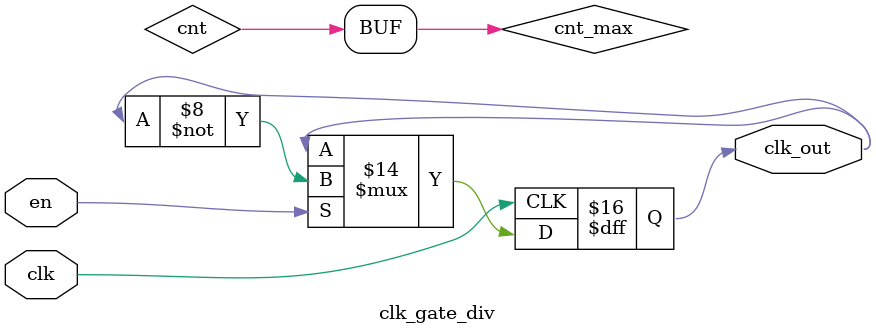
<source format=sv>
module clk_gate_div #(
    parameter DIV = 2
)(
    input  wire clk,
    input  wire en,
    output reg  clk_out
);

    // 使用恰当的位宽，避免不必要的资源浪费
    // 计算所需的位宽以容纳DIV值
    localparam CNT_WIDTH = $clog2(DIV);
    reg [CNT_WIDTH-1:0] cnt;
    
    // 初始值设定
    initial begin
        cnt = {CNT_WIDTH{1'b0}};
        clk_out = 1'b0;
    end
    
    wire cnt_max = (cnt == DIV-1);
    wire cnt_zero = (cnt == {CNT_WIDTH{1'b0}});
    
    always @(posedge clk) begin
        if (en) begin
            // 使用预计算的比较信号，减少关键路径延迟
            cnt <= cnt_max ? {CNT_WIDTH{1'b0}} : cnt + 1'b1;
            
            // 通过条件优化触发时钟反转的逻辑
            if (cnt_max || (DIV == 2 && cnt_zero)) begin
                clk_out <= ~clk_out;
            end
        end
    end

endmodule
</source>
